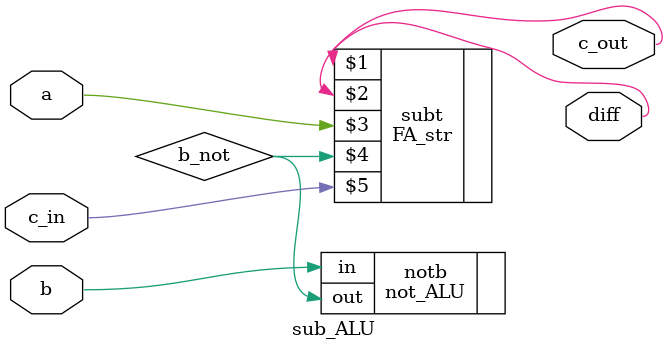
<source format=v>
`timescale 1ns / 1ps
module sub_ALU(a, b, c_in, diff, c_out);

	input a, b;
	input c_in;
	output diff;
	output c_out;
	
	wire b_not;
	
	not_ALU
	notb
	(
		.in(b),
		.out(b_not)
	);
	
	FA_str subt (c_out, diff, a, b_not, c_in);

endmodule

</source>
